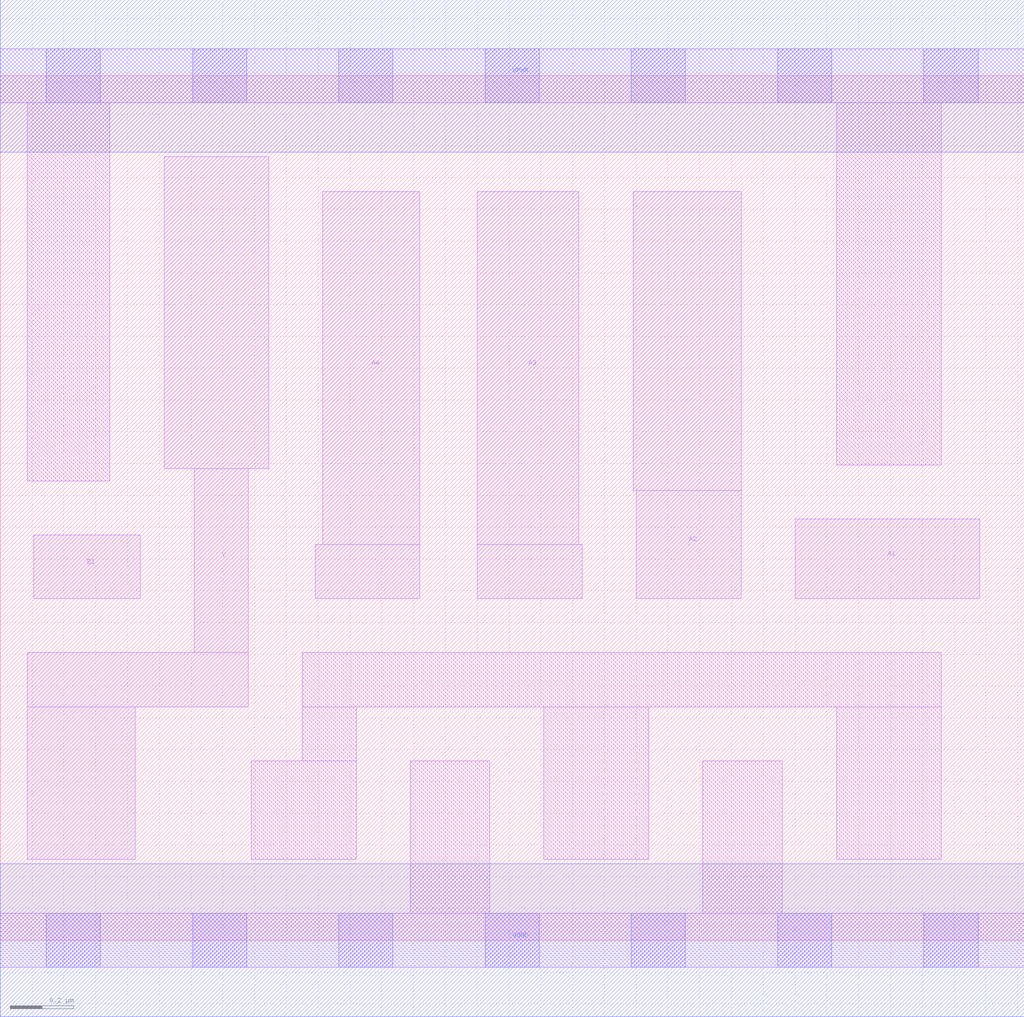
<source format=lef>
# Copyright 2020 The SkyWater PDK Authors
#
# Licensed under the Apache License, Version 2.0 (the "License");
# you may not use this file except in compliance with the License.
# You may obtain a copy of the License at
#
#     https://www.apache.org/licenses/LICENSE-2.0
#
# Unless required by applicable law or agreed to in writing, software
# distributed under the License is distributed on an "AS IS" BASIS,
# WITHOUT WARRANTIES OR CONDITIONS OF ANY KIND, either express or implied.
# See the License for the specific language governing permissions and
# limitations under the License.
#
# SPDX-License-Identifier: Apache-2.0

VERSION 5.7 ;
  NAMESCASESENSITIVE ON ;
  NOWIREEXTENSIONATPIN ON ;
  DIVIDERCHAR "/" ;
  BUSBITCHARS "[]" ;
UNITS
  DATABASE MICRONS 200 ;
END UNITS
MACRO sky130_fd_sc_hd__o41ai_1
  CLASS CORE ;
  FOREIGN sky130_fd_sc_hd__o41ai_1 ;
  ORIGIN  0.000000  0.000000 ;
  SIZE  3.220000 BY  2.720000 ;
  SYMMETRY X Y R90 ;
  SITE unithd ;
  PIN A1
    ANTENNAGATEAREA  0.247500 ;
    DIRECTION INPUT ;
    USE SIGNAL ;
    PORT
      LAYER li1 ;
        RECT 2.500000 1.075000 3.080000 1.325000 ;
    END
  END A1
  PIN A2
    ANTENNAGATEAREA  0.247500 ;
    DIRECTION INPUT ;
    USE SIGNAL ;
    PORT
      LAYER li1 ;
        RECT 1.990000 1.415000 2.330000 2.355000 ;
        RECT 2.000000 1.075000 2.330000 1.415000 ;
    END
  END A2
  PIN A3
    ANTENNAGATEAREA  0.247500 ;
    DIRECTION INPUT ;
    USE SIGNAL ;
    PORT
      LAYER li1 ;
        RECT 1.500000 1.075000 1.830000 1.245000 ;
        RECT 1.500000 1.245000 1.820000 2.355000 ;
    END
  END A3
  PIN A4
    ANTENNAGATEAREA  0.247500 ;
    DIRECTION INPUT ;
    USE SIGNAL ;
    PORT
      LAYER li1 ;
        RECT 0.990000 1.075000 1.320000 1.245000 ;
        RECT 1.015000 1.245000 1.320000 2.355000 ;
    END
  END A4
  PIN B1
    ANTENNAGATEAREA  0.247500 ;
    DIRECTION INPUT ;
    USE SIGNAL ;
    PORT
      LAYER li1 ;
        RECT 0.105000 1.075000 0.440000 1.275000 ;
    END
  END B1
  PIN Y
    ANTENNADIFFAREA  0.439000 ;
    DIRECTION OUTPUT ;
    USE SIGNAL ;
    PORT
      LAYER li1 ;
        RECT 0.085000 0.255000 0.425000 0.735000 ;
        RECT 0.085000 0.735000 0.780000 0.905000 ;
        RECT 0.515000 1.485000 0.845000 2.465000 ;
        RECT 0.610000 0.905000 0.780000 1.485000 ;
    END
  END Y
  PIN VGND
    DIRECTION INOUT ;
    SHAPE ABUTMENT ;
    USE GROUND ;
    PORT
      LAYER met1 ;
        RECT 0.000000 -0.240000 3.220000 0.240000 ;
    END
  END VGND
  PIN VPWR
    DIRECTION INOUT ;
    SHAPE ABUTMENT ;
    USE POWER ;
    PORT
      LAYER met1 ;
        RECT 0.000000 2.480000 3.220000 2.960000 ;
    END
  END VPWR
  OBS
    LAYER li1 ;
      RECT 0.000000 -0.085000 3.220000 0.085000 ;
      RECT 0.000000  2.635000 3.220000 2.805000 ;
      RECT 0.085000  1.445000 0.345000 2.635000 ;
      RECT 0.790000  0.255000 1.120000 0.565000 ;
      RECT 0.950000  0.565000 1.120000 0.735000 ;
      RECT 0.950000  0.735000 2.960000 0.905000 ;
      RECT 1.290000  0.085000 1.540000 0.565000 ;
      RECT 1.710000  0.255000 2.040000 0.735000 ;
      RECT 2.210000  0.085000 2.460000 0.565000 ;
      RECT 2.630000  0.255000 2.960000 0.735000 ;
      RECT 2.630000  1.495000 2.960000 2.635000 ;
    LAYER mcon ;
      RECT 0.145000 -0.085000 0.315000 0.085000 ;
      RECT 0.145000  2.635000 0.315000 2.805000 ;
      RECT 0.605000 -0.085000 0.775000 0.085000 ;
      RECT 0.605000  2.635000 0.775000 2.805000 ;
      RECT 1.065000 -0.085000 1.235000 0.085000 ;
      RECT 1.065000  2.635000 1.235000 2.805000 ;
      RECT 1.525000 -0.085000 1.695000 0.085000 ;
      RECT 1.525000  2.635000 1.695000 2.805000 ;
      RECT 1.985000 -0.085000 2.155000 0.085000 ;
      RECT 1.985000  2.635000 2.155000 2.805000 ;
      RECT 2.445000 -0.085000 2.615000 0.085000 ;
      RECT 2.445000  2.635000 2.615000 2.805000 ;
      RECT 2.905000 -0.085000 3.075000 0.085000 ;
      RECT 2.905000  2.635000 3.075000 2.805000 ;
  END
END sky130_fd_sc_hd__o41ai_1
END LIBRARY

</source>
